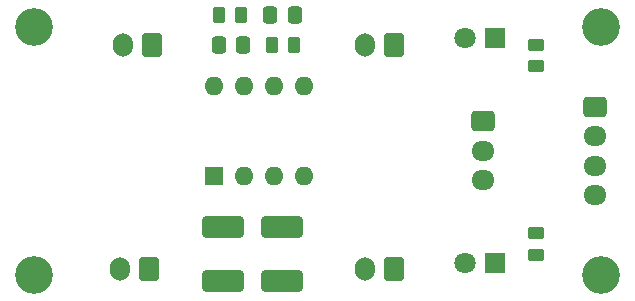
<source format=gts>
G04 #@! TF.GenerationSoftware,KiCad,Pcbnew,8.0.2*
G04 #@! TF.CreationDate,2025-02-21T12:28:42+08:00*
G04 #@! TF.ProjectId,Indicators,496e6469-6361-4746-9f72-732e6b696361,rev?*
G04 #@! TF.SameCoordinates,Original*
G04 #@! TF.FileFunction,Soldermask,Top*
G04 #@! TF.FilePolarity,Negative*
%FSLAX46Y46*%
G04 Gerber Fmt 4.6, Leading zero omitted, Abs format (unit mm)*
G04 Created by KiCad (PCBNEW 8.0.2) date 2025-02-21 12:28:42*
%MOMM*%
%LPD*%
G01*
G04 APERTURE LIST*
G04 Aperture macros list*
%AMRoundRect*
0 Rectangle with rounded corners*
0 $1 Rounding radius*
0 $2 $3 $4 $5 $6 $7 $8 $9 X,Y pos of 4 corners*
0 Add a 4 corners polygon primitive as box body*
4,1,4,$2,$3,$4,$5,$6,$7,$8,$9,$2,$3,0*
0 Add four circle primitives for the rounded corners*
1,1,$1+$1,$2,$3*
1,1,$1+$1,$4,$5*
1,1,$1+$1,$6,$7*
1,1,$1+$1,$8,$9*
0 Add four rect primitives between the rounded corners*
20,1,$1+$1,$2,$3,$4,$5,0*
20,1,$1+$1,$4,$5,$6,$7,0*
20,1,$1+$1,$6,$7,$8,$9,0*
20,1,$1+$1,$8,$9,$2,$3,0*%
G04 Aperture macros list end*
%ADD10RoundRect,0.250000X1.500000X0.650000X-1.500000X0.650000X-1.500000X-0.650000X1.500000X-0.650000X0*%
%ADD11RoundRect,0.250000X-0.450000X0.262500X-0.450000X-0.262500X0.450000X-0.262500X0.450000X0.262500X0*%
%ADD12RoundRect,0.250000X0.600000X0.750000X-0.600000X0.750000X-0.600000X-0.750000X0.600000X-0.750000X0*%
%ADD13O,1.700000X2.000000*%
%ADD14RoundRect,0.250000X0.262500X0.450000X-0.262500X0.450000X-0.262500X-0.450000X0.262500X-0.450000X0*%
%ADD15C,3.200000*%
%ADD16RoundRect,0.250000X-0.725000X0.600000X-0.725000X-0.600000X0.725000X-0.600000X0.725000X0.600000X0*%
%ADD17O,1.950000X1.700000*%
%ADD18R,1.800000X1.800000*%
%ADD19C,1.800000*%
%ADD20R,1.600000X1.600000*%
%ADD21O,1.600000X1.600000*%
%ADD22RoundRect,0.250000X-0.262500X-0.450000X0.262500X-0.450000X0.262500X0.450000X-0.262500X0.450000X0*%
%ADD23RoundRect,0.250000X-0.337500X-0.475000X0.337500X-0.475000X0.337500X0.475000X-0.337500X0.475000X0*%
%ADD24RoundRect,0.250000X0.450000X-0.262500X0.450000X0.262500X-0.450000X0.262500X-0.450000X-0.262500X0*%
G04 APERTURE END LIST*
D10*
X87500000Y-102975000D03*
X82500000Y-102975000D03*
D11*
X109000000Y-87500000D03*
X109000000Y-89325000D03*
D12*
X76250000Y-106500000D03*
D13*
X73750000Y-106500000D03*
D14*
X88500000Y-87500000D03*
X86675000Y-87500000D03*
D15*
X114500000Y-86000000D03*
D16*
X114000000Y-92750000D03*
D17*
X114000000Y-95250000D03*
X114000000Y-97750000D03*
X114000000Y-100250000D03*
D18*
X105540000Y-106000000D03*
D19*
X103000000Y-106000000D03*
D12*
X97000000Y-106475000D03*
D13*
X94500000Y-106475000D03*
D12*
X97000000Y-87500000D03*
D13*
X94500000Y-87500000D03*
D18*
X105500000Y-86900000D03*
D19*
X102960000Y-86900000D03*
D20*
X81700000Y-98620000D03*
D21*
X84240000Y-98620000D03*
X86780000Y-98620000D03*
X89320000Y-98620000D03*
X89320000Y-91000000D03*
X86780000Y-91000000D03*
X84240000Y-91000000D03*
X81700000Y-91000000D03*
D12*
X76500000Y-87500000D03*
D13*
X74000000Y-87500000D03*
D16*
X104525000Y-94000000D03*
D17*
X104525000Y-96500000D03*
X104525000Y-99000000D03*
D15*
X66500000Y-86000000D03*
X66500000Y-107000000D03*
D22*
X82175000Y-85000000D03*
X84000000Y-85000000D03*
D15*
X114500000Y-107000000D03*
D10*
X87500000Y-107475000D03*
X82500000Y-107475000D03*
D23*
X82137500Y-87500000D03*
X84212500Y-87500000D03*
D24*
X109040000Y-105300000D03*
X109040000Y-103475000D03*
D23*
X86500000Y-85000000D03*
X88575000Y-85000000D03*
M02*

</source>
